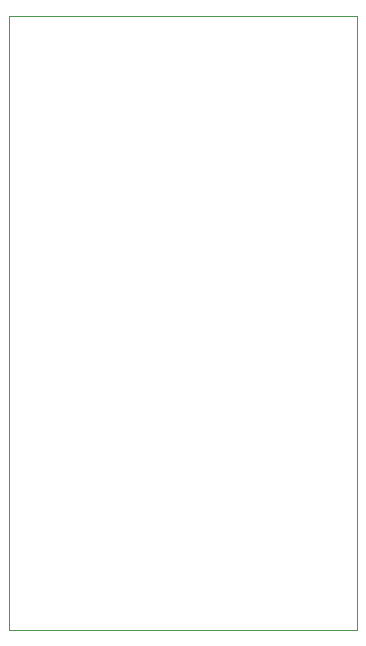
<source format=gbr>
%TF.GenerationSoftware,KiCad,Pcbnew,(6.0.9)*%
%TF.CreationDate,2022-11-25T17:08:00+01:00*%
%TF.ProjectId,gpio_isolated_switches,6770696f-5f69-4736-9f6c-617465645f73,rev?*%
%TF.SameCoordinates,Original*%
%TF.FileFunction,Profile,NP*%
%FSLAX46Y46*%
G04 Gerber Fmt 4.6, Leading zero omitted, Abs format (unit mm)*
G04 Created by KiCad (PCBNEW (6.0.9)) date 2022-11-25 17:08:00*
%MOMM*%
%LPD*%
G01*
G04 APERTURE LIST*
%TA.AperFunction,Profile*%
%ADD10C,0.100000*%
%TD*%
G04 APERTURE END LIST*
D10*
X82600000Y-42600000D02*
X112000000Y-42600000D01*
X112000000Y-42600000D02*
X112000000Y-94600000D01*
X112000000Y-94600000D02*
X82600000Y-94600000D01*
X82600000Y-94600000D02*
X82600000Y-42600000D01*
M02*

</source>
